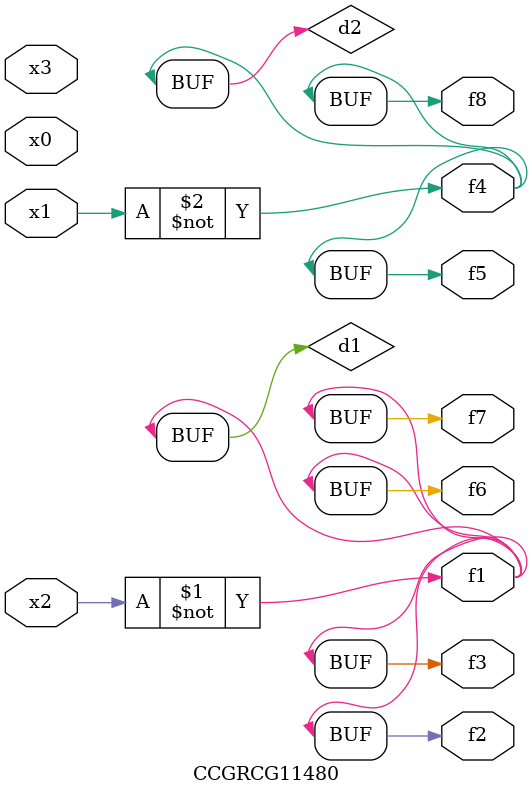
<source format=v>
module CCGRCG11480(
	input x0, x1, x2, x3,
	output f1, f2, f3, f4, f5, f6, f7, f8
);

	wire d1, d2;

	xnor (d1, x2);
	not (d2, x1);
	assign f1 = d1;
	assign f2 = d1;
	assign f3 = d1;
	assign f4 = d2;
	assign f5 = d2;
	assign f6 = d1;
	assign f7 = d1;
	assign f8 = d2;
endmodule

</source>
